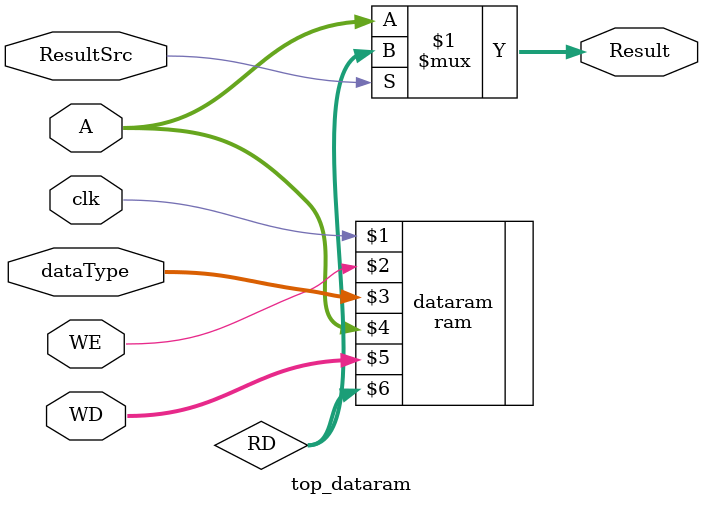
<source format=sv>
module top_dataram #(
    parameter ADDRESS_WIDTH = 32,
    DATA_WIDTH = 32
)(
    input logic clk,
    input logic WE,
    input logic [1:0] dataType,
    input logic [ADDRESS_WIDTH-1:0] A,
    input logic [DATA_WIDTH-1:0] WD,
    input logic ResultSrc,
    output logic [DATA_WIDTH-1:0] Result
);

    logic [DATA_WIDTH-1:0] RD;

    ram dataram(clk, WE, dataType, A, WD, RD);

    assign Result = ResultSrc ? RD : A;

endmodule

</source>
